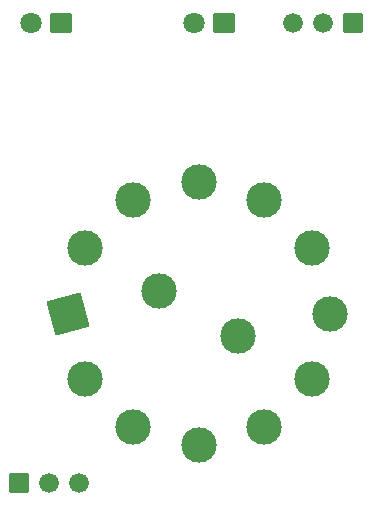
<source format=gbs>
G04 Layer: BottomSolderMaskLayer*
G04 EasyEDA v6.5.15, 2023-01-26 07:11:18*
G04 bc408e8c05344163a153380a18e2a67f,cd9332c1ef044f0797b2d1e08cb7fb93,10*
G04 Gerber Generator version 0.2*
G04 Scale: 100 percent, Rotated: No, Reflected: No *
G04 Dimensions in millimeters *
G04 leading zeros omitted , absolute positions ,4 integer and 5 decimal *
%FSLAX45Y45*%
%MOMM*%

%AMMACRO1*1,1,$1,$2,$3*1,1,$1,$4,$5*1,1,$1,0-$2,0-$3*1,1,$1,0-$4,0-$5*20,1,$1,$2,$3,$4,$5,0*20,1,$1,$4,$5,0-$2,0-$3,0*20,1,$1,0-$2,0-$3,0-$4,0-$5,0*20,1,$1,0-$4,0-$5,$2,$3,0*4,1,4,$2,$3,$4,$5,0-$2,0-$3,0-$4,0-$5,$2,$3,0*%
%ADD10MACRO1,0.1016X0.85X-0.7874X-0.85X-0.7874*%
%ADD11C,1.8016*%
%ADD12C,1.6764*%
%ADD13MACRO1,0.1016X0.7874X-0.7874X-0.7874X-0.7874*%
%ADD14C,3.0033*%
%ADD15MACRO1,0.2032X-1.7147X0.99X0.99X1.7147*%
%ADD16MACRO1,0.1016X-0.7874X0.7874X0.7874X0.7874*%

%LPD*%
D10*
G01*
X2120898Y-330200D03*
D11*
G01*
X1866900Y-330200D03*
D10*
G01*
X736598Y-330200D03*
D11*
G01*
X482600Y-330200D03*
D12*
G01*
X2705100Y-330200D03*
G01*
X2959100Y-330200D03*
D13*
G01*
X3213100Y-330200D03*
D14*
G01*
X1571609Y-2601516D03*
D15*
G01*
X794966Y-2793997D03*
D14*
G01*
X943683Y-2238984D03*
G01*
X2238390Y-2986483D03*
G01*
X1349982Y-1832683D03*
G01*
X1905002Y-1683966D03*
G01*
X2460015Y-1832683D03*
G01*
X2866316Y-2238982D03*
G01*
X3015033Y-2794002D03*
G01*
X2866316Y-3349015D03*
G01*
X2460017Y-3755316D03*
G01*
X1904997Y-3904033D03*
G01*
X1349984Y-3755316D03*
G01*
X943683Y-3349017D03*
D12*
G01*
X889000Y-4229100D03*
G01*
X635000Y-4229100D03*
D16*
G01*
X381000Y-4229100D03*
M02*

</source>
